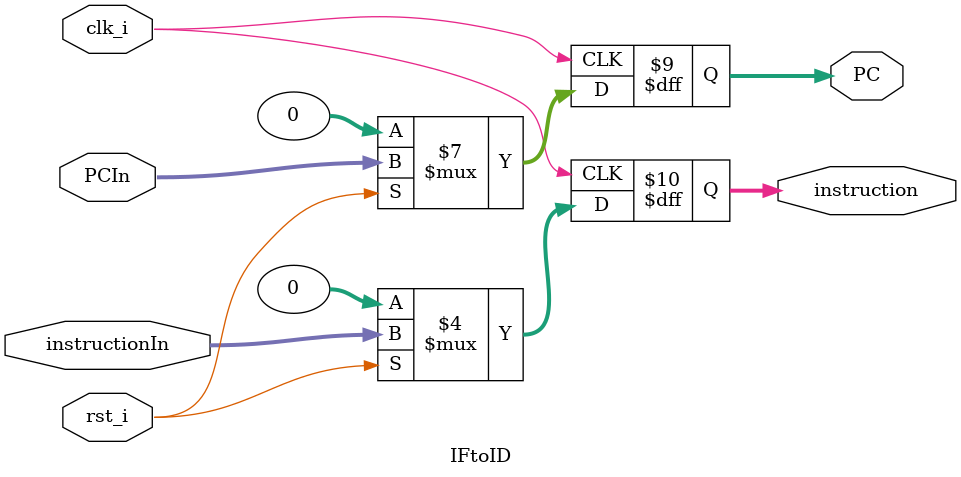
<source format=v>
`timescale 1ns/1ps

module IFtoID (clk_i, rst_i, PCIn, instructionIn, PC, instruction);
  input clk_i, rst_i;
  input [31:0] PCIn, instructionIn;
  output reg [31:0] PC, instruction;

  always @ (posedge clk_i) begin
    if (~rst_i) begin
        PC <= 0;
        instruction <= 0;
    end
    else begin
        instruction <= instructionIn;
        PC <= PCIn;
    end
  end
endmodule 
</source>
